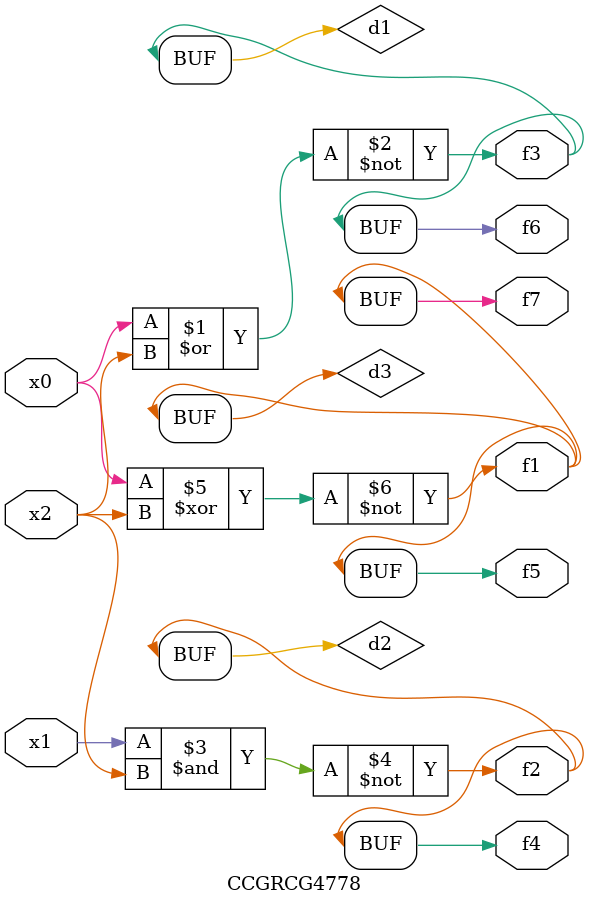
<source format=v>
module CCGRCG4778(
	input x0, x1, x2,
	output f1, f2, f3, f4, f5, f6, f7
);

	wire d1, d2, d3;

	nor (d1, x0, x2);
	nand (d2, x1, x2);
	xnor (d3, x0, x2);
	assign f1 = d3;
	assign f2 = d2;
	assign f3 = d1;
	assign f4 = d2;
	assign f5 = d3;
	assign f6 = d1;
	assign f7 = d3;
endmodule

</source>
